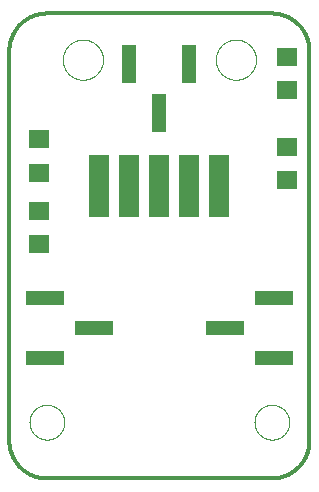
<source format=gtp>
G75*
%MOIN*%
%OFA0B0*%
%FSLAX25Y25*%
%IPPOS*%
%LPD*%
%AMOC8*
5,1,8,0,0,1.08239X$1,22.5*
%
%ADD10C,0.01200*%
%ADD11C,0.00000*%
%ADD12R,0.06500X0.21000*%
%ADD13R,0.12500X0.05000*%
%ADD14R,0.07098X0.06299*%
%ADD15R,0.07087X0.06299*%
%ADD16R,0.05000X0.12500*%
D10*
X0009700Y0022200D02*
X0009700Y0152200D01*
X0009704Y0152502D01*
X0009715Y0152804D01*
X0009733Y0153105D01*
X0009758Y0153406D01*
X0009791Y0153707D01*
X0009831Y0154006D01*
X0009878Y0154304D01*
X0009933Y0154602D01*
X0009994Y0154897D01*
X0010063Y0155191D01*
X0010139Y0155484D01*
X0010222Y0155774D01*
X0010312Y0156063D01*
X0010409Y0156349D01*
X0010512Y0156633D01*
X0010623Y0156914D01*
X0010740Y0157192D01*
X0010864Y0157468D01*
X0010995Y0157740D01*
X0011132Y0158009D01*
X0011275Y0158275D01*
X0011425Y0158537D01*
X0011582Y0158796D01*
X0011744Y0159050D01*
X0011913Y0159301D01*
X0012087Y0159547D01*
X0012268Y0159790D01*
X0012454Y0160027D01*
X0012646Y0160261D01*
X0012844Y0160489D01*
X0013047Y0160713D01*
X0013255Y0160931D01*
X0013469Y0161145D01*
X0013687Y0161353D01*
X0013911Y0161556D01*
X0014139Y0161754D01*
X0014373Y0161946D01*
X0014610Y0162132D01*
X0014853Y0162313D01*
X0015099Y0162487D01*
X0015350Y0162656D01*
X0015604Y0162818D01*
X0015863Y0162975D01*
X0016125Y0163125D01*
X0016391Y0163268D01*
X0016660Y0163405D01*
X0016932Y0163536D01*
X0017208Y0163660D01*
X0017486Y0163777D01*
X0017767Y0163888D01*
X0018051Y0163991D01*
X0018337Y0164088D01*
X0018626Y0164178D01*
X0018916Y0164261D01*
X0019209Y0164337D01*
X0019503Y0164406D01*
X0019798Y0164467D01*
X0020096Y0164522D01*
X0020394Y0164569D01*
X0020693Y0164609D01*
X0020994Y0164642D01*
X0021295Y0164667D01*
X0021596Y0164685D01*
X0021898Y0164696D01*
X0022200Y0164700D01*
X0097200Y0164700D01*
X0097502Y0164696D01*
X0097804Y0164685D01*
X0098105Y0164667D01*
X0098406Y0164642D01*
X0098707Y0164609D01*
X0099006Y0164569D01*
X0099304Y0164522D01*
X0099602Y0164467D01*
X0099897Y0164406D01*
X0100191Y0164337D01*
X0100484Y0164261D01*
X0100774Y0164178D01*
X0101063Y0164088D01*
X0101349Y0163991D01*
X0101633Y0163888D01*
X0101914Y0163777D01*
X0102192Y0163660D01*
X0102468Y0163536D01*
X0102740Y0163405D01*
X0103009Y0163268D01*
X0103275Y0163125D01*
X0103537Y0162975D01*
X0103796Y0162818D01*
X0104050Y0162656D01*
X0104301Y0162487D01*
X0104547Y0162313D01*
X0104790Y0162132D01*
X0105027Y0161946D01*
X0105261Y0161754D01*
X0105489Y0161556D01*
X0105713Y0161353D01*
X0105931Y0161145D01*
X0106145Y0160931D01*
X0106353Y0160713D01*
X0106556Y0160489D01*
X0106754Y0160261D01*
X0106946Y0160027D01*
X0107132Y0159790D01*
X0107313Y0159547D01*
X0107487Y0159301D01*
X0107656Y0159050D01*
X0107818Y0158796D01*
X0107975Y0158537D01*
X0108125Y0158275D01*
X0108268Y0158009D01*
X0108405Y0157740D01*
X0108536Y0157468D01*
X0108660Y0157192D01*
X0108777Y0156914D01*
X0108888Y0156633D01*
X0108991Y0156349D01*
X0109088Y0156063D01*
X0109178Y0155774D01*
X0109261Y0155484D01*
X0109337Y0155191D01*
X0109406Y0154897D01*
X0109467Y0154602D01*
X0109522Y0154304D01*
X0109569Y0154006D01*
X0109609Y0153707D01*
X0109642Y0153406D01*
X0109667Y0153105D01*
X0109685Y0152804D01*
X0109696Y0152502D01*
X0109700Y0152200D01*
X0109700Y0022200D01*
X0109696Y0021898D01*
X0109685Y0021596D01*
X0109667Y0021295D01*
X0109642Y0020994D01*
X0109609Y0020693D01*
X0109569Y0020394D01*
X0109522Y0020096D01*
X0109467Y0019798D01*
X0109406Y0019503D01*
X0109337Y0019209D01*
X0109261Y0018916D01*
X0109178Y0018626D01*
X0109088Y0018337D01*
X0108991Y0018051D01*
X0108888Y0017767D01*
X0108777Y0017486D01*
X0108660Y0017208D01*
X0108536Y0016932D01*
X0108405Y0016660D01*
X0108268Y0016391D01*
X0108125Y0016125D01*
X0107975Y0015863D01*
X0107818Y0015604D01*
X0107656Y0015350D01*
X0107487Y0015099D01*
X0107313Y0014853D01*
X0107132Y0014610D01*
X0106946Y0014373D01*
X0106754Y0014139D01*
X0106556Y0013911D01*
X0106353Y0013687D01*
X0106145Y0013469D01*
X0105931Y0013255D01*
X0105713Y0013047D01*
X0105489Y0012844D01*
X0105261Y0012646D01*
X0105027Y0012454D01*
X0104790Y0012268D01*
X0104547Y0012087D01*
X0104301Y0011913D01*
X0104050Y0011744D01*
X0103796Y0011582D01*
X0103537Y0011425D01*
X0103275Y0011275D01*
X0103009Y0011132D01*
X0102740Y0010995D01*
X0102468Y0010864D01*
X0102192Y0010740D01*
X0101914Y0010623D01*
X0101633Y0010512D01*
X0101349Y0010409D01*
X0101063Y0010312D01*
X0100774Y0010222D01*
X0100484Y0010139D01*
X0100191Y0010063D01*
X0099897Y0009994D01*
X0099602Y0009933D01*
X0099304Y0009878D01*
X0099006Y0009831D01*
X0098707Y0009791D01*
X0098406Y0009758D01*
X0098105Y0009733D01*
X0097804Y0009715D01*
X0097502Y0009704D01*
X0097200Y0009700D01*
X0022200Y0009700D01*
X0021898Y0009704D01*
X0021596Y0009715D01*
X0021295Y0009733D01*
X0020994Y0009758D01*
X0020693Y0009791D01*
X0020394Y0009831D01*
X0020096Y0009878D01*
X0019798Y0009933D01*
X0019503Y0009994D01*
X0019209Y0010063D01*
X0018916Y0010139D01*
X0018626Y0010222D01*
X0018337Y0010312D01*
X0018051Y0010409D01*
X0017767Y0010512D01*
X0017486Y0010623D01*
X0017208Y0010740D01*
X0016932Y0010864D01*
X0016660Y0010995D01*
X0016391Y0011132D01*
X0016125Y0011275D01*
X0015863Y0011425D01*
X0015604Y0011582D01*
X0015350Y0011744D01*
X0015099Y0011913D01*
X0014853Y0012087D01*
X0014610Y0012268D01*
X0014373Y0012454D01*
X0014139Y0012646D01*
X0013911Y0012844D01*
X0013687Y0013047D01*
X0013469Y0013255D01*
X0013255Y0013469D01*
X0013047Y0013687D01*
X0012844Y0013911D01*
X0012646Y0014139D01*
X0012454Y0014373D01*
X0012268Y0014610D01*
X0012087Y0014853D01*
X0011913Y0015099D01*
X0011744Y0015350D01*
X0011582Y0015604D01*
X0011425Y0015863D01*
X0011275Y0016125D01*
X0011132Y0016391D01*
X0010995Y0016660D01*
X0010864Y0016932D01*
X0010740Y0017208D01*
X0010623Y0017486D01*
X0010512Y0017767D01*
X0010409Y0018051D01*
X0010312Y0018337D01*
X0010222Y0018626D01*
X0010139Y0018916D01*
X0010063Y0019209D01*
X0009994Y0019503D01*
X0009933Y0019798D01*
X0009878Y0020096D01*
X0009831Y0020394D01*
X0009791Y0020693D01*
X0009758Y0020994D01*
X0009733Y0021295D01*
X0009715Y0021596D01*
X0009704Y0021898D01*
X0009700Y0022200D01*
D11*
X0016400Y0028450D02*
X0016402Y0028602D01*
X0016408Y0028754D01*
X0016418Y0028905D01*
X0016432Y0029056D01*
X0016450Y0029207D01*
X0016471Y0029357D01*
X0016497Y0029507D01*
X0016527Y0029656D01*
X0016560Y0029804D01*
X0016598Y0029951D01*
X0016639Y0030097D01*
X0016684Y0030242D01*
X0016733Y0030386D01*
X0016785Y0030529D01*
X0016841Y0030670D01*
X0016901Y0030809D01*
X0016965Y0030947D01*
X0017032Y0031083D01*
X0017103Y0031218D01*
X0017177Y0031350D01*
X0017255Y0031480D01*
X0017336Y0031609D01*
X0017420Y0031735D01*
X0017508Y0031859D01*
X0017599Y0031981D01*
X0017693Y0032100D01*
X0017790Y0032217D01*
X0017890Y0032331D01*
X0017993Y0032442D01*
X0018099Y0032551D01*
X0018208Y0032657D01*
X0018319Y0032760D01*
X0018433Y0032860D01*
X0018550Y0032957D01*
X0018669Y0033051D01*
X0018791Y0033142D01*
X0018915Y0033230D01*
X0019041Y0033314D01*
X0019170Y0033395D01*
X0019300Y0033473D01*
X0019432Y0033547D01*
X0019567Y0033618D01*
X0019703Y0033685D01*
X0019841Y0033749D01*
X0019980Y0033809D01*
X0020121Y0033865D01*
X0020264Y0033917D01*
X0020408Y0033966D01*
X0020553Y0034011D01*
X0020699Y0034052D01*
X0020846Y0034090D01*
X0020994Y0034123D01*
X0021143Y0034153D01*
X0021293Y0034179D01*
X0021443Y0034200D01*
X0021594Y0034218D01*
X0021745Y0034232D01*
X0021896Y0034242D01*
X0022048Y0034248D01*
X0022200Y0034250D01*
X0022352Y0034248D01*
X0022504Y0034242D01*
X0022655Y0034232D01*
X0022806Y0034218D01*
X0022957Y0034200D01*
X0023107Y0034179D01*
X0023257Y0034153D01*
X0023406Y0034123D01*
X0023554Y0034090D01*
X0023701Y0034052D01*
X0023847Y0034011D01*
X0023992Y0033966D01*
X0024136Y0033917D01*
X0024279Y0033865D01*
X0024420Y0033809D01*
X0024559Y0033749D01*
X0024697Y0033685D01*
X0024833Y0033618D01*
X0024968Y0033547D01*
X0025100Y0033473D01*
X0025230Y0033395D01*
X0025359Y0033314D01*
X0025485Y0033230D01*
X0025609Y0033142D01*
X0025731Y0033051D01*
X0025850Y0032957D01*
X0025967Y0032860D01*
X0026081Y0032760D01*
X0026192Y0032657D01*
X0026301Y0032551D01*
X0026407Y0032442D01*
X0026510Y0032331D01*
X0026610Y0032217D01*
X0026707Y0032100D01*
X0026801Y0031981D01*
X0026892Y0031859D01*
X0026980Y0031735D01*
X0027064Y0031609D01*
X0027145Y0031480D01*
X0027223Y0031350D01*
X0027297Y0031218D01*
X0027368Y0031083D01*
X0027435Y0030947D01*
X0027499Y0030809D01*
X0027559Y0030670D01*
X0027615Y0030529D01*
X0027667Y0030386D01*
X0027716Y0030242D01*
X0027761Y0030097D01*
X0027802Y0029951D01*
X0027840Y0029804D01*
X0027873Y0029656D01*
X0027903Y0029507D01*
X0027929Y0029357D01*
X0027950Y0029207D01*
X0027968Y0029056D01*
X0027982Y0028905D01*
X0027992Y0028754D01*
X0027998Y0028602D01*
X0028000Y0028450D01*
X0027998Y0028298D01*
X0027992Y0028146D01*
X0027982Y0027995D01*
X0027968Y0027844D01*
X0027950Y0027693D01*
X0027929Y0027543D01*
X0027903Y0027393D01*
X0027873Y0027244D01*
X0027840Y0027096D01*
X0027802Y0026949D01*
X0027761Y0026803D01*
X0027716Y0026658D01*
X0027667Y0026514D01*
X0027615Y0026371D01*
X0027559Y0026230D01*
X0027499Y0026091D01*
X0027435Y0025953D01*
X0027368Y0025817D01*
X0027297Y0025682D01*
X0027223Y0025550D01*
X0027145Y0025420D01*
X0027064Y0025291D01*
X0026980Y0025165D01*
X0026892Y0025041D01*
X0026801Y0024919D01*
X0026707Y0024800D01*
X0026610Y0024683D01*
X0026510Y0024569D01*
X0026407Y0024458D01*
X0026301Y0024349D01*
X0026192Y0024243D01*
X0026081Y0024140D01*
X0025967Y0024040D01*
X0025850Y0023943D01*
X0025731Y0023849D01*
X0025609Y0023758D01*
X0025485Y0023670D01*
X0025359Y0023586D01*
X0025230Y0023505D01*
X0025100Y0023427D01*
X0024968Y0023353D01*
X0024833Y0023282D01*
X0024697Y0023215D01*
X0024559Y0023151D01*
X0024420Y0023091D01*
X0024279Y0023035D01*
X0024136Y0022983D01*
X0023992Y0022934D01*
X0023847Y0022889D01*
X0023701Y0022848D01*
X0023554Y0022810D01*
X0023406Y0022777D01*
X0023257Y0022747D01*
X0023107Y0022721D01*
X0022957Y0022700D01*
X0022806Y0022682D01*
X0022655Y0022668D01*
X0022504Y0022658D01*
X0022352Y0022652D01*
X0022200Y0022650D01*
X0022048Y0022652D01*
X0021896Y0022658D01*
X0021745Y0022668D01*
X0021594Y0022682D01*
X0021443Y0022700D01*
X0021293Y0022721D01*
X0021143Y0022747D01*
X0020994Y0022777D01*
X0020846Y0022810D01*
X0020699Y0022848D01*
X0020553Y0022889D01*
X0020408Y0022934D01*
X0020264Y0022983D01*
X0020121Y0023035D01*
X0019980Y0023091D01*
X0019841Y0023151D01*
X0019703Y0023215D01*
X0019567Y0023282D01*
X0019432Y0023353D01*
X0019300Y0023427D01*
X0019170Y0023505D01*
X0019041Y0023586D01*
X0018915Y0023670D01*
X0018791Y0023758D01*
X0018669Y0023849D01*
X0018550Y0023943D01*
X0018433Y0024040D01*
X0018319Y0024140D01*
X0018208Y0024243D01*
X0018099Y0024349D01*
X0017993Y0024458D01*
X0017890Y0024569D01*
X0017790Y0024683D01*
X0017693Y0024800D01*
X0017599Y0024919D01*
X0017508Y0025041D01*
X0017420Y0025165D01*
X0017336Y0025291D01*
X0017255Y0025420D01*
X0017177Y0025550D01*
X0017103Y0025682D01*
X0017032Y0025817D01*
X0016965Y0025953D01*
X0016901Y0026091D01*
X0016841Y0026230D01*
X0016785Y0026371D01*
X0016733Y0026514D01*
X0016684Y0026658D01*
X0016639Y0026803D01*
X0016598Y0026949D01*
X0016560Y0027096D01*
X0016527Y0027244D01*
X0016497Y0027393D01*
X0016471Y0027543D01*
X0016450Y0027693D01*
X0016432Y0027844D01*
X0016418Y0027995D01*
X0016408Y0028146D01*
X0016402Y0028298D01*
X0016400Y0028450D01*
X0091400Y0028450D02*
X0091402Y0028602D01*
X0091408Y0028754D01*
X0091418Y0028905D01*
X0091432Y0029056D01*
X0091450Y0029207D01*
X0091471Y0029357D01*
X0091497Y0029507D01*
X0091527Y0029656D01*
X0091560Y0029804D01*
X0091598Y0029951D01*
X0091639Y0030097D01*
X0091684Y0030242D01*
X0091733Y0030386D01*
X0091785Y0030529D01*
X0091841Y0030670D01*
X0091901Y0030809D01*
X0091965Y0030947D01*
X0092032Y0031083D01*
X0092103Y0031218D01*
X0092177Y0031350D01*
X0092255Y0031480D01*
X0092336Y0031609D01*
X0092420Y0031735D01*
X0092508Y0031859D01*
X0092599Y0031981D01*
X0092693Y0032100D01*
X0092790Y0032217D01*
X0092890Y0032331D01*
X0092993Y0032442D01*
X0093099Y0032551D01*
X0093208Y0032657D01*
X0093319Y0032760D01*
X0093433Y0032860D01*
X0093550Y0032957D01*
X0093669Y0033051D01*
X0093791Y0033142D01*
X0093915Y0033230D01*
X0094041Y0033314D01*
X0094170Y0033395D01*
X0094300Y0033473D01*
X0094432Y0033547D01*
X0094567Y0033618D01*
X0094703Y0033685D01*
X0094841Y0033749D01*
X0094980Y0033809D01*
X0095121Y0033865D01*
X0095264Y0033917D01*
X0095408Y0033966D01*
X0095553Y0034011D01*
X0095699Y0034052D01*
X0095846Y0034090D01*
X0095994Y0034123D01*
X0096143Y0034153D01*
X0096293Y0034179D01*
X0096443Y0034200D01*
X0096594Y0034218D01*
X0096745Y0034232D01*
X0096896Y0034242D01*
X0097048Y0034248D01*
X0097200Y0034250D01*
X0097352Y0034248D01*
X0097504Y0034242D01*
X0097655Y0034232D01*
X0097806Y0034218D01*
X0097957Y0034200D01*
X0098107Y0034179D01*
X0098257Y0034153D01*
X0098406Y0034123D01*
X0098554Y0034090D01*
X0098701Y0034052D01*
X0098847Y0034011D01*
X0098992Y0033966D01*
X0099136Y0033917D01*
X0099279Y0033865D01*
X0099420Y0033809D01*
X0099559Y0033749D01*
X0099697Y0033685D01*
X0099833Y0033618D01*
X0099968Y0033547D01*
X0100100Y0033473D01*
X0100230Y0033395D01*
X0100359Y0033314D01*
X0100485Y0033230D01*
X0100609Y0033142D01*
X0100731Y0033051D01*
X0100850Y0032957D01*
X0100967Y0032860D01*
X0101081Y0032760D01*
X0101192Y0032657D01*
X0101301Y0032551D01*
X0101407Y0032442D01*
X0101510Y0032331D01*
X0101610Y0032217D01*
X0101707Y0032100D01*
X0101801Y0031981D01*
X0101892Y0031859D01*
X0101980Y0031735D01*
X0102064Y0031609D01*
X0102145Y0031480D01*
X0102223Y0031350D01*
X0102297Y0031218D01*
X0102368Y0031083D01*
X0102435Y0030947D01*
X0102499Y0030809D01*
X0102559Y0030670D01*
X0102615Y0030529D01*
X0102667Y0030386D01*
X0102716Y0030242D01*
X0102761Y0030097D01*
X0102802Y0029951D01*
X0102840Y0029804D01*
X0102873Y0029656D01*
X0102903Y0029507D01*
X0102929Y0029357D01*
X0102950Y0029207D01*
X0102968Y0029056D01*
X0102982Y0028905D01*
X0102992Y0028754D01*
X0102998Y0028602D01*
X0103000Y0028450D01*
X0102998Y0028298D01*
X0102992Y0028146D01*
X0102982Y0027995D01*
X0102968Y0027844D01*
X0102950Y0027693D01*
X0102929Y0027543D01*
X0102903Y0027393D01*
X0102873Y0027244D01*
X0102840Y0027096D01*
X0102802Y0026949D01*
X0102761Y0026803D01*
X0102716Y0026658D01*
X0102667Y0026514D01*
X0102615Y0026371D01*
X0102559Y0026230D01*
X0102499Y0026091D01*
X0102435Y0025953D01*
X0102368Y0025817D01*
X0102297Y0025682D01*
X0102223Y0025550D01*
X0102145Y0025420D01*
X0102064Y0025291D01*
X0101980Y0025165D01*
X0101892Y0025041D01*
X0101801Y0024919D01*
X0101707Y0024800D01*
X0101610Y0024683D01*
X0101510Y0024569D01*
X0101407Y0024458D01*
X0101301Y0024349D01*
X0101192Y0024243D01*
X0101081Y0024140D01*
X0100967Y0024040D01*
X0100850Y0023943D01*
X0100731Y0023849D01*
X0100609Y0023758D01*
X0100485Y0023670D01*
X0100359Y0023586D01*
X0100230Y0023505D01*
X0100100Y0023427D01*
X0099968Y0023353D01*
X0099833Y0023282D01*
X0099697Y0023215D01*
X0099559Y0023151D01*
X0099420Y0023091D01*
X0099279Y0023035D01*
X0099136Y0022983D01*
X0098992Y0022934D01*
X0098847Y0022889D01*
X0098701Y0022848D01*
X0098554Y0022810D01*
X0098406Y0022777D01*
X0098257Y0022747D01*
X0098107Y0022721D01*
X0097957Y0022700D01*
X0097806Y0022682D01*
X0097655Y0022668D01*
X0097504Y0022658D01*
X0097352Y0022652D01*
X0097200Y0022650D01*
X0097048Y0022652D01*
X0096896Y0022658D01*
X0096745Y0022668D01*
X0096594Y0022682D01*
X0096443Y0022700D01*
X0096293Y0022721D01*
X0096143Y0022747D01*
X0095994Y0022777D01*
X0095846Y0022810D01*
X0095699Y0022848D01*
X0095553Y0022889D01*
X0095408Y0022934D01*
X0095264Y0022983D01*
X0095121Y0023035D01*
X0094980Y0023091D01*
X0094841Y0023151D01*
X0094703Y0023215D01*
X0094567Y0023282D01*
X0094432Y0023353D01*
X0094300Y0023427D01*
X0094170Y0023505D01*
X0094041Y0023586D01*
X0093915Y0023670D01*
X0093791Y0023758D01*
X0093669Y0023849D01*
X0093550Y0023943D01*
X0093433Y0024040D01*
X0093319Y0024140D01*
X0093208Y0024243D01*
X0093099Y0024349D01*
X0092993Y0024458D01*
X0092890Y0024569D01*
X0092790Y0024683D01*
X0092693Y0024800D01*
X0092599Y0024919D01*
X0092508Y0025041D01*
X0092420Y0025165D01*
X0092336Y0025291D01*
X0092255Y0025420D01*
X0092177Y0025550D01*
X0092103Y0025682D01*
X0092032Y0025817D01*
X0091965Y0025953D01*
X0091901Y0026091D01*
X0091841Y0026230D01*
X0091785Y0026371D01*
X0091733Y0026514D01*
X0091684Y0026658D01*
X0091639Y0026803D01*
X0091598Y0026949D01*
X0091560Y0027096D01*
X0091527Y0027244D01*
X0091497Y0027393D01*
X0091471Y0027543D01*
X0091450Y0027693D01*
X0091432Y0027844D01*
X0091418Y0027995D01*
X0091408Y0028146D01*
X0091402Y0028298D01*
X0091400Y0028450D01*
X0078500Y0149300D02*
X0078502Y0149464D01*
X0078508Y0149629D01*
X0078518Y0149793D01*
X0078532Y0149957D01*
X0078550Y0150120D01*
X0078573Y0150283D01*
X0078599Y0150445D01*
X0078629Y0150607D01*
X0078663Y0150768D01*
X0078701Y0150928D01*
X0078743Y0151087D01*
X0078788Y0151245D01*
X0078838Y0151402D01*
X0078892Y0151557D01*
X0078949Y0151711D01*
X0079010Y0151864D01*
X0079075Y0152015D01*
X0079143Y0152165D01*
X0079215Y0152312D01*
X0079291Y0152458D01*
X0079370Y0152602D01*
X0079453Y0152744D01*
X0079539Y0152884D01*
X0079629Y0153022D01*
X0079722Y0153158D01*
X0079819Y0153291D01*
X0079918Y0153422D01*
X0080021Y0153550D01*
X0080127Y0153676D01*
X0080236Y0153799D01*
X0080348Y0153920D01*
X0080462Y0154038D01*
X0080580Y0154152D01*
X0080701Y0154264D01*
X0080824Y0154373D01*
X0080950Y0154479D01*
X0081078Y0154582D01*
X0081209Y0154681D01*
X0081342Y0154778D01*
X0081478Y0154871D01*
X0081616Y0154961D01*
X0081756Y0155047D01*
X0081898Y0155130D01*
X0082042Y0155209D01*
X0082188Y0155285D01*
X0082335Y0155357D01*
X0082485Y0155425D01*
X0082636Y0155490D01*
X0082789Y0155551D01*
X0082943Y0155608D01*
X0083098Y0155662D01*
X0083255Y0155712D01*
X0083413Y0155757D01*
X0083572Y0155799D01*
X0083732Y0155837D01*
X0083893Y0155871D01*
X0084055Y0155901D01*
X0084217Y0155927D01*
X0084380Y0155950D01*
X0084543Y0155968D01*
X0084707Y0155982D01*
X0084871Y0155992D01*
X0085036Y0155998D01*
X0085200Y0156000D01*
X0085364Y0155998D01*
X0085529Y0155992D01*
X0085693Y0155982D01*
X0085857Y0155968D01*
X0086020Y0155950D01*
X0086183Y0155927D01*
X0086345Y0155901D01*
X0086507Y0155871D01*
X0086668Y0155837D01*
X0086828Y0155799D01*
X0086987Y0155757D01*
X0087145Y0155712D01*
X0087302Y0155662D01*
X0087457Y0155608D01*
X0087611Y0155551D01*
X0087764Y0155490D01*
X0087915Y0155425D01*
X0088065Y0155357D01*
X0088212Y0155285D01*
X0088358Y0155209D01*
X0088502Y0155130D01*
X0088644Y0155047D01*
X0088784Y0154961D01*
X0088922Y0154871D01*
X0089058Y0154778D01*
X0089191Y0154681D01*
X0089322Y0154582D01*
X0089450Y0154479D01*
X0089576Y0154373D01*
X0089699Y0154264D01*
X0089820Y0154152D01*
X0089938Y0154038D01*
X0090052Y0153920D01*
X0090164Y0153799D01*
X0090273Y0153676D01*
X0090379Y0153550D01*
X0090482Y0153422D01*
X0090581Y0153291D01*
X0090678Y0153158D01*
X0090771Y0153022D01*
X0090861Y0152884D01*
X0090947Y0152744D01*
X0091030Y0152602D01*
X0091109Y0152458D01*
X0091185Y0152312D01*
X0091257Y0152165D01*
X0091325Y0152015D01*
X0091390Y0151864D01*
X0091451Y0151711D01*
X0091508Y0151557D01*
X0091562Y0151402D01*
X0091612Y0151245D01*
X0091657Y0151087D01*
X0091699Y0150928D01*
X0091737Y0150768D01*
X0091771Y0150607D01*
X0091801Y0150445D01*
X0091827Y0150283D01*
X0091850Y0150120D01*
X0091868Y0149957D01*
X0091882Y0149793D01*
X0091892Y0149629D01*
X0091898Y0149464D01*
X0091900Y0149300D01*
X0091898Y0149136D01*
X0091892Y0148971D01*
X0091882Y0148807D01*
X0091868Y0148643D01*
X0091850Y0148480D01*
X0091827Y0148317D01*
X0091801Y0148155D01*
X0091771Y0147993D01*
X0091737Y0147832D01*
X0091699Y0147672D01*
X0091657Y0147513D01*
X0091612Y0147355D01*
X0091562Y0147198D01*
X0091508Y0147043D01*
X0091451Y0146889D01*
X0091390Y0146736D01*
X0091325Y0146585D01*
X0091257Y0146435D01*
X0091185Y0146288D01*
X0091109Y0146142D01*
X0091030Y0145998D01*
X0090947Y0145856D01*
X0090861Y0145716D01*
X0090771Y0145578D01*
X0090678Y0145442D01*
X0090581Y0145309D01*
X0090482Y0145178D01*
X0090379Y0145050D01*
X0090273Y0144924D01*
X0090164Y0144801D01*
X0090052Y0144680D01*
X0089938Y0144562D01*
X0089820Y0144448D01*
X0089699Y0144336D01*
X0089576Y0144227D01*
X0089450Y0144121D01*
X0089322Y0144018D01*
X0089191Y0143919D01*
X0089058Y0143822D01*
X0088922Y0143729D01*
X0088784Y0143639D01*
X0088644Y0143553D01*
X0088502Y0143470D01*
X0088358Y0143391D01*
X0088212Y0143315D01*
X0088065Y0143243D01*
X0087915Y0143175D01*
X0087764Y0143110D01*
X0087611Y0143049D01*
X0087457Y0142992D01*
X0087302Y0142938D01*
X0087145Y0142888D01*
X0086987Y0142843D01*
X0086828Y0142801D01*
X0086668Y0142763D01*
X0086507Y0142729D01*
X0086345Y0142699D01*
X0086183Y0142673D01*
X0086020Y0142650D01*
X0085857Y0142632D01*
X0085693Y0142618D01*
X0085529Y0142608D01*
X0085364Y0142602D01*
X0085200Y0142600D01*
X0085036Y0142602D01*
X0084871Y0142608D01*
X0084707Y0142618D01*
X0084543Y0142632D01*
X0084380Y0142650D01*
X0084217Y0142673D01*
X0084055Y0142699D01*
X0083893Y0142729D01*
X0083732Y0142763D01*
X0083572Y0142801D01*
X0083413Y0142843D01*
X0083255Y0142888D01*
X0083098Y0142938D01*
X0082943Y0142992D01*
X0082789Y0143049D01*
X0082636Y0143110D01*
X0082485Y0143175D01*
X0082335Y0143243D01*
X0082188Y0143315D01*
X0082042Y0143391D01*
X0081898Y0143470D01*
X0081756Y0143553D01*
X0081616Y0143639D01*
X0081478Y0143729D01*
X0081342Y0143822D01*
X0081209Y0143919D01*
X0081078Y0144018D01*
X0080950Y0144121D01*
X0080824Y0144227D01*
X0080701Y0144336D01*
X0080580Y0144448D01*
X0080462Y0144562D01*
X0080348Y0144680D01*
X0080236Y0144801D01*
X0080127Y0144924D01*
X0080021Y0145050D01*
X0079918Y0145178D01*
X0079819Y0145309D01*
X0079722Y0145442D01*
X0079629Y0145578D01*
X0079539Y0145716D01*
X0079453Y0145856D01*
X0079370Y0145998D01*
X0079291Y0146142D01*
X0079215Y0146288D01*
X0079143Y0146435D01*
X0079075Y0146585D01*
X0079010Y0146736D01*
X0078949Y0146889D01*
X0078892Y0147043D01*
X0078838Y0147198D01*
X0078788Y0147355D01*
X0078743Y0147513D01*
X0078701Y0147672D01*
X0078663Y0147832D01*
X0078629Y0147993D01*
X0078599Y0148155D01*
X0078573Y0148317D01*
X0078550Y0148480D01*
X0078532Y0148643D01*
X0078518Y0148807D01*
X0078508Y0148971D01*
X0078502Y0149136D01*
X0078500Y0149300D01*
X0027500Y0149300D02*
X0027502Y0149464D01*
X0027508Y0149629D01*
X0027518Y0149793D01*
X0027532Y0149957D01*
X0027550Y0150120D01*
X0027573Y0150283D01*
X0027599Y0150445D01*
X0027629Y0150607D01*
X0027663Y0150768D01*
X0027701Y0150928D01*
X0027743Y0151087D01*
X0027788Y0151245D01*
X0027838Y0151402D01*
X0027892Y0151557D01*
X0027949Y0151711D01*
X0028010Y0151864D01*
X0028075Y0152015D01*
X0028143Y0152165D01*
X0028215Y0152312D01*
X0028291Y0152458D01*
X0028370Y0152602D01*
X0028453Y0152744D01*
X0028539Y0152884D01*
X0028629Y0153022D01*
X0028722Y0153158D01*
X0028819Y0153291D01*
X0028918Y0153422D01*
X0029021Y0153550D01*
X0029127Y0153676D01*
X0029236Y0153799D01*
X0029348Y0153920D01*
X0029462Y0154038D01*
X0029580Y0154152D01*
X0029701Y0154264D01*
X0029824Y0154373D01*
X0029950Y0154479D01*
X0030078Y0154582D01*
X0030209Y0154681D01*
X0030342Y0154778D01*
X0030478Y0154871D01*
X0030616Y0154961D01*
X0030756Y0155047D01*
X0030898Y0155130D01*
X0031042Y0155209D01*
X0031188Y0155285D01*
X0031335Y0155357D01*
X0031485Y0155425D01*
X0031636Y0155490D01*
X0031789Y0155551D01*
X0031943Y0155608D01*
X0032098Y0155662D01*
X0032255Y0155712D01*
X0032413Y0155757D01*
X0032572Y0155799D01*
X0032732Y0155837D01*
X0032893Y0155871D01*
X0033055Y0155901D01*
X0033217Y0155927D01*
X0033380Y0155950D01*
X0033543Y0155968D01*
X0033707Y0155982D01*
X0033871Y0155992D01*
X0034036Y0155998D01*
X0034200Y0156000D01*
X0034364Y0155998D01*
X0034529Y0155992D01*
X0034693Y0155982D01*
X0034857Y0155968D01*
X0035020Y0155950D01*
X0035183Y0155927D01*
X0035345Y0155901D01*
X0035507Y0155871D01*
X0035668Y0155837D01*
X0035828Y0155799D01*
X0035987Y0155757D01*
X0036145Y0155712D01*
X0036302Y0155662D01*
X0036457Y0155608D01*
X0036611Y0155551D01*
X0036764Y0155490D01*
X0036915Y0155425D01*
X0037065Y0155357D01*
X0037212Y0155285D01*
X0037358Y0155209D01*
X0037502Y0155130D01*
X0037644Y0155047D01*
X0037784Y0154961D01*
X0037922Y0154871D01*
X0038058Y0154778D01*
X0038191Y0154681D01*
X0038322Y0154582D01*
X0038450Y0154479D01*
X0038576Y0154373D01*
X0038699Y0154264D01*
X0038820Y0154152D01*
X0038938Y0154038D01*
X0039052Y0153920D01*
X0039164Y0153799D01*
X0039273Y0153676D01*
X0039379Y0153550D01*
X0039482Y0153422D01*
X0039581Y0153291D01*
X0039678Y0153158D01*
X0039771Y0153022D01*
X0039861Y0152884D01*
X0039947Y0152744D01*
X0040030Y0152602D01*
X0040109Y0152458D01*
X0040185Y0152312D01*
X0040257Y0152165D01*
X0040325Y0152015D01*
X0040390Y0151864D01*
X0040451Y0151711D01*
X0040508Y0151557D01*
X0040562Y0151402D01*
X0040612Y0151245D01*
X0040657Y0151087D01*
X0040699Y0150928D01*
X0040737Y0150768D01*
X0040771Y0150607D01*
X0040801Y0150445D01*
X0040827Y0150283D01*
X0040850Y0150120D01*
X0040868Y0149957D01*
X0040882Y0149793D01*
X0040892Y0149629D01*
X0040898Y0149464D01*
X0040900Y0149300D01*
X0040898Y0149136D01*
X0040892Y0148971D01*
X0040882Y0148807D01*
X0040868Y0148643D01*
X0040850Y0148480D01*
X0040827Y0148317D01*
X0040801Y0148155D01*
X0040771Y0147993D01*
X0040737Y0147832D01*
X0040699Y0147672D01*
X0040657Y0147513D01*
X0040612Y0147355D01*
X0040562Y0147198D01*
X0040508Y0147043D01*
X0040451Y0146889D01*
X0040390Y0146736D01*
X0040325Y0146585D01*
X0040257Y0146435D01*
X0040185Y0146288D01*
X0040109Y0146142D01*
X0040030Y0145998D01*
X0039947Y0145856D01*
X0039861Y0145716D01*
X0039771Y0145578D01*
X0039678Y0145442D01*
X0039581Y0145309D01*
X0039482Y0145178D01*
X0039379Y0145050D01*
X0039273Y0144924D01*
X0039164Y0144801D01*
X0039052Y0144680D01*
X0038938Y0144562D01*
X0038820Y0144448D01*
X0038699Y0144336D01*
X0038576Y0144227D01*
X0038450Y0144121D01*
X0038322Y0144018D01*
X0038191Y0143919D01*
X0038058Y0143822D01*
X0037922Y0143729D01*
X0037784Y0143639D01*
X0037644Y0143553D01*
X0037502Y0143470D01*
X0037358Y0143391D01*
X0037212Y0143315D01*
X0037065Y0143243D01*
X0036915Y0143175D01*
X0036764Y0143110D01*
X0036611Y0143049D01*
X0036457Y0142992D01*
X0036302Y0142938D01*
X0036145Y0142888D01*
X0035987Y0142843D01*
X0035828Y0142801D01*
X0035668Y0142763D01*
X0035507Y0142729D01*
X0035345Y0142699D01*
X0035183Y0142673D01*
X0035020Y0142650D01*
X0034857Y0142632D01*
X0034693Y0142618D01*
X0034529Y0142608D01*
X0034364Y0142602D01*
X0034200Y0142600D01*
X0034036Y0142602D01*
X0033871Y0142608D01*
X0033707Y0142618D01*
X0033543Y0142632D01*
X0033380Y0142650D01*
X0033217Y0142673D01*
X0033055Y0142699D01*
X0032893Y0142729D01*
X0032732Y0142763D01*
X0032572Y0142801D01*
X0032413Y0142843D01*
X0032255Y0142888D01*
X0032098Y0142938D01*
X0031943Y0142992D01*
X0031789Y0143049D01*
X0031636Y0143110D01*
X0031485Y0143175D01*
X0031335Y0143243D01*
X0031188Y0143315D01*
X0031042Y0143391D01*
X0030898Y0143470D01*
X0030756Y0143553D01*
X0030616Y0143639D01*
X0030478Y0143729D01*
X0030342Y0143822D01*
X0030209Y0143919D01*
X0030078Y0144018D01*
X0029950Y0144121D01*
X0029824Y0144227D01*
X0029701Y0144336D01*
X0029580Y0144448D01*
X0029462Y0144562D01*
X0029348Y0144680D01*
X0029236Y0144801D01*
X0029127Y0144924D01*
X0029021Y0145050D01*
X0028918Y0145178D01*
X0028819Y0145309D01*
X0028722Y0145442D01*
X0028629Y0145578D01*
X0028539Y0145716D01*
X0028453Y0145856D01*
X0028370Y0145998D01*
X0028291Y0146142D01*
X0028215Y0146288D01*
X0028143Y0146435D01*
X0028075Y0146585D01*
X0028010Y0146736D01*
X0027949Y0146889D01*
X0027892Y0147043D01*
X0027838Y0147198D01*
X0027788Y0147355D01*
X0027743Y0147513D01*
X0027701Y0147672D01*
X0027663Y0147832D01*
X0027629Y0147993D01*
X0027599Y0148155D01*
X0027573Y0148317D01*
X0027550Y0148480D01*
X0027532Y0148643D01*
X0027518Y0148807D01*
X0027508Y0148971D01*
X0027502Y0149136D01*
X0027500Y0149300D01*
D12*
X0039700Y0107200D03*
X0049700Y0107200D03*
X0059700Y0107200D03*
X0069700Y0107200D03*
X0079700Y0107200D03*
D13*
X0097950Y0069700D03*
X0097950Y0049700D03*
X0081450Y0059700D03*
X0037950Y0059700D03*
X0021450Y0049700D03*
X0021450Y0069700D03*
D14*
X0019700Y0111602D03*
X0019700Y0122798D03*
D15*
X0019700Y0098962D03*
X0019700Y0087938D03*
X0102200Y0109188D03*
X0102200Y0120212D03*
X0102200Y0139188D03*
X0102200Y0150212D03*
D16*
X0069700Y0147950D03*
X0059700Y0131450D03*
X0049700Y0147950D03*
M02*

</source>
